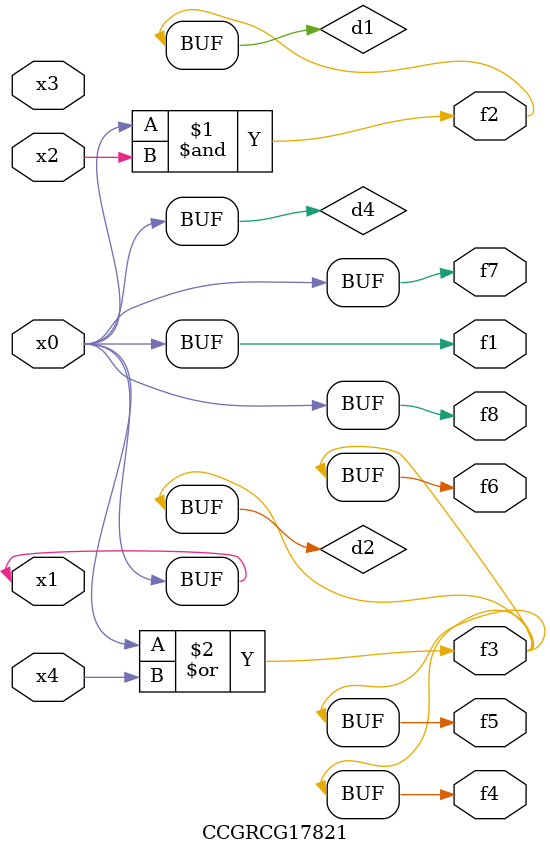
<source format=v>
module CCGRCG17821(
	input x0, x1, x2, x3, x4,
	output f1, f2, f3, f4, f5, f6, f7, f8
);

	wire d1, d2, d3, d4;

	and (d1, x0, x2);
	or (d2, x0, x4);
	nand (d3, x0, x2);
	buf (d4, x0, x1);
	assign f1 = d4;
	assign f2 = d1;
	assign f3 = d2;
	assign f4 = d2;
	assign f5 = d2;
	assign f6 = d2;
	assign f7 = d4;
	assign f8 = d4;
endmodule

</source>
